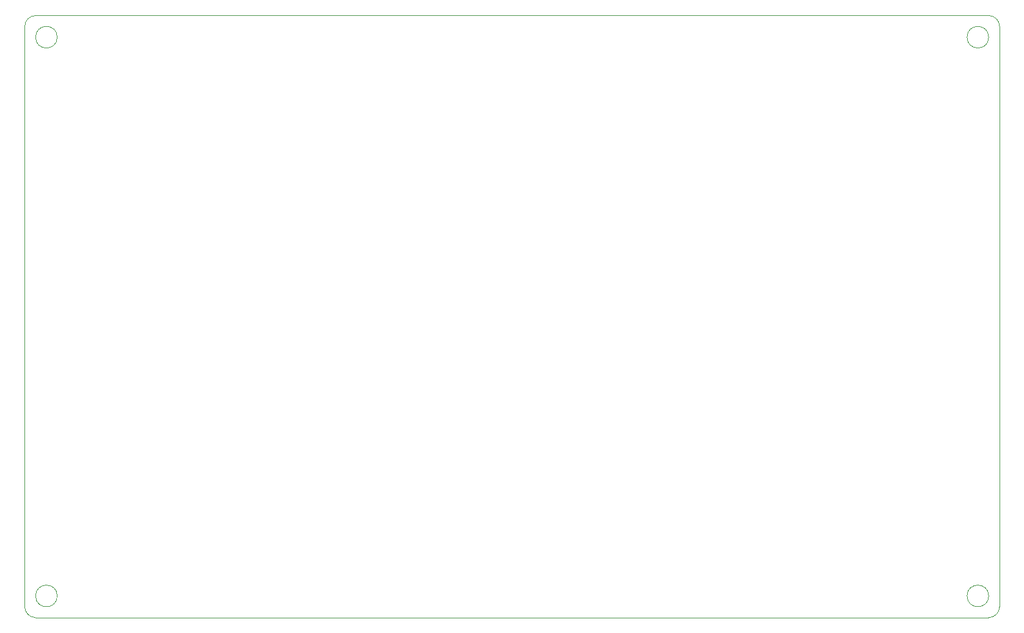
<source format=gbr>
%TF.GenerationSoftware,KiCad,Pcbnew,(6.0.10)*%
%TF.CreationDate,2023-04-11T10:45:40-04:00*%
%TF.ProjectId,SequenceOM,53657175-656e-4636-954f-4d2e6b696361,rev?*%
%TF.SameCoordinates,Original*%
%TF.FileFunction,Profile,NP*%
%FSLAX46Y46*%
G04 Gerber Fmt 4.6, Leading zero omitted, Abs format (unit mm)*
G04 Created by KiCad (PCBNEW (6.0.10)) date 2023-04-11 10:45:40*
%MOMM*%
%LPD*%
G01*
G04 APERTURE LIST*
%TA.AperFunction,Profile*%
%ADD10C,0.100000*%
%TD*%
G04 APERTURE END LIST*
D10*
X215500000Y-136000000D02*
G75*
G03*
X217000000Y-134500000I0J1500000D01*
G01*
X217000000Y-54000000D02*
X217000000Y-134500000D01*
X215500000Y-136000000D02*
X83500000Y-136000000D01*
X86500000Y-55500000D02*
G75*
G03*
X86500000Y-55500000I-1500000J0D01*
G01*
X86500000Y-133000000D02*
G75*
G03*
X86500000Y-133000000I-1500000J0D01*
G01*
X82000000Y-134500000D02*
X82000000Y-54000000D01*
X217000000Y-54000000D02*
G75*
G03*
X215500000Y-52500000I-1500000J0D01*
G01*
X82000000Y-134500000D02*
G75*
G03*
X83500000Y-136000000I1500000J0D01*
G01*
X215500000Y-133000000D02*
G75*
G03*
X215500000Y-133000000I-1500000J0D01*
G01*
X83500000Y-52500000D02*
X215500000Y-52500000D01*
X215500000Y-55500000D02*
G75*
G03*
X215500000Y-55500000I-1500000J0D01*
G01*
X83500000Y-52500000D02*
G75*
G03*
X82000000Y-54000000I0J-1500000D01*
G01*
M02*

</source>
